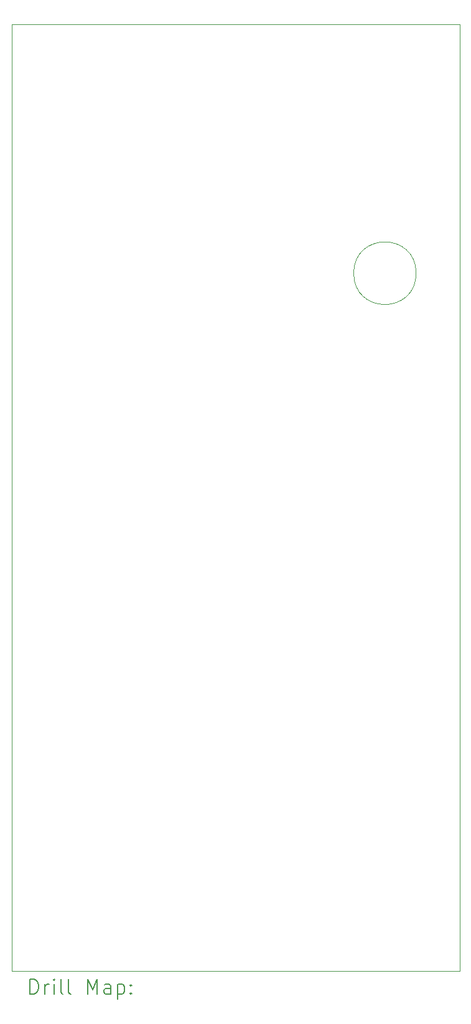
<source format=gbr>
%TF.GenerationSoftware,KiCad,Pcbnew,(6.0.9-0)*%
%TF.CreationDate,2023-02-07T08:37:22+01:00*%
%TF.ProjectId,fp_SDN650Xi_SMA340,66705f53-444e-4363-9530-58695f534d41,A*%
%TF.SameCoordinates,Original*%
%TF.FileFunction,Drillmap*%
%TF.FilePolarity,Positive*%
%FSLAX45Y45*%
G04 Gerber Fmt 4.5, Leading zero omitted, Abs format (unit mm)*
G04 Created by KiCad (PCBNEW (6.0.9-0)) date 2023-02-07 08:37:22*
%MOMM*%
%LPD*%
G01*
G04 APERTURE LIST*
%ADD10C,0.100000*%
%ADD11C,0.200000*%
G04 APERTURE END LIST*
D10*
X11601000Y-7288500D02*
G75*
G03*
X11601000Y-7288500I-425000J0D01*
G01*
X6096000Y-3909000D02*
X12192000Y-3909000D01*
X12192000Y-3909000D02*
X12192000Y-16764000D01*
X12192000Y-16764000D02*
X6096000Y-16764000D01*
X6096000Y-16764000D02*
X6096000Y-3909000D01*
D11*
X6348619Y-17079476D02*
X6348619Y-16879476D01*
X6396238Y-16879476D01*
X6424809Y-16889000D01*
X6443857Y-16908048D01*
X6453381Y-16927095D01*
X6462905Y-16965190D01*
X6462905Y-16993762D01*
X6453381Y-17031857D01*
X6443857Y-17050905D01*
X6424809Y-17069952D01*
X6396238Y-17079476D01*
X6348619Y-17079476D01*
X6548619Y-17079476D02*
X6548619Y-16946143D01*
X6548619Y-16984238D02*
X6558143Y-16965190D01*
X6567667Y-16955667D01*
X6586714Y-16946143D01*
X6605762Y-16946143D01*
X6672428Y-17079476D02*
X6672428Y-16946143D01*
X6672428Y-16879476D02*
X6662905Y-16889000D01*
X6672428Y-16898524D01*
X6681952Y-16889000D01*
X6672428Y-16879476D01*
X6672428Y-16898524D01*
X6796238Y-17079476D02*
X6777190Y-17069952D01*
X6767667Y-17050905D01*
X6767667Y-16879476D01*
X6901000Y-17079476D02*
X6881952Y-17069952D01*
X6872428Y-17050905D01*
X6872428Y-16879476D01*
X7129571Y-17079476D02*
X7129571Y-16879476D01*
X7196238Y-17022333D01*
X7262905Y-16879476D01*
X7262905Y-17079476D01*
X7443857Y-17079476D02*
X7443857Y-16974714D01*
X7434333Y-16955667D01*
X7415286Y-16946143D01*
X7377190Y-16946143D01*
X7358143Y-16955667D01*
X7443857Y-17069952D02*
X7424809Y-17079476D01*
X7377190Y-17079476D01*
X7358143Y-17069952D01*
X7348619Y-17050905D01*
X7348619Y-17031857D01*
X7358143Y-17012810D01*
X7377190Y-17003286D01*
X7424809Y-17003286D01*
X7443857Y-16993762D01*
X7539095Y-16946143D02*
X7539095Y-17146143D01*
X7539095Y-16955667D02*
X7558143Y-16946143D01*
X7596238Y-16946143D01*
X7615286Y-16955667D01*
X7624809Y-16965190D01*
X7634333Y-16984238D01*
X7634333Y-17041381D01*
X7624809Y-17060429D01*
X7615286Y-17069952D01*
X7596238Y-17079476D01*
X7558143Y-17079476D01*
X7539095Y-17069952D01*
X7720048Y-17060429D02*
X7729571Y-17069952D01*
X7720048Y-17079476D01*
X7710524Y-17069952D01*
X7720048Y-17060429D01*
X7720048Y-17079476D01*
X7720048Y-16955667D02*
X7729571Y-16965190D01*
X7720048Y-16974714D01*
X7710524Y-16965190D01*
X7720048Y-16955667D01*
X7720048Y-16974714D01*
M02*

</source>
